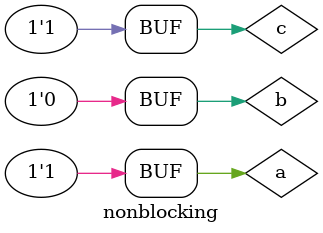
<source format=v>
module nonblocking();
reg a, b, c ;
initial begin
  $monitor("%g a=%b b=%b c=%b",
    $time,a,b,c);
  a <= #10 1'b1;
  b <= #2 1'b0;
  c  <=1'b1;
end
endmodule

</source>
